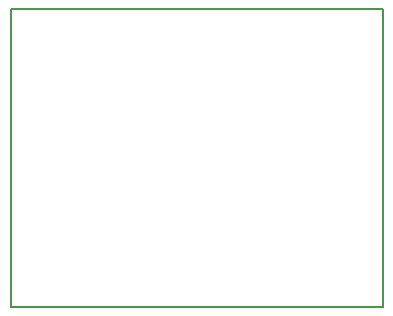
<source format=gko>
%FSLAX44Y44*%
%MOMM*%
G71*
G01*
G75*
%ADD10R,1.5000X1.3000*%
%ADD11R,2.2000X0.6000*%
%ADD12R,2.2000X0.6000*%
%ADD13R,1.3000X1.5000*%
%ADD14C,0.7620*%
%ADD15C,0.6350*%
%ADD16C,0.8890*%
%ADD17C,0.8000*%
%ADD18C,2.0000*%
%ADD19C,1.7000*%
%ADD20R,1.7000X1.7000*%
%ADD21C,4.0000*%
%ADD22C,0.2000*%
D22*
X848360Y510540D02*
X1163320D01*
Y763270D01*
X848360D02*
X1163320D01*
X848360Y510540D02*
Y763270D01*
M02*

</source>
